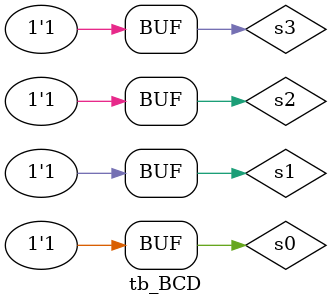
<source format=v>
`timescale 1ns / 1ps


module tb_BCD;

    reg s0;
    reg s1;
    reg s2;
    reg s3;
    wire a;
    wire b;
    wire c;
    wire d;
    wire e;
    wire f;
    wire g;
    wire an0;
    
    BCD uut(
    .s0(s0),
    .s1(s1),
    .s2(s2),
    .s3(s3),
    .a(a),
    .b(b),
    .c(c),
    .d(d),
    .e(e),
    .f(f),
    .g(g),
    .an0(an0)
    
    );
    
    initial begin
    s0=0;
    s1=0;
    s2=0;
    s3=0;
    
    #50;
    $display("TC00");
    if((a!=0)||(b!=0)||(c!=0)||(d!=0)||(e!=0)||(f!=0)||(g!=1)||(an0!=0))$display("Test failed");
    
    
    s0=1;
    s1=0;
    s2=0;
    s3=0;
    
    #50;
    $display("TC01");
    if((a!=1)||(b!=0)||(c!=0)||(d!=1)||(e!=1)||(f!=1)||(g!=1)||(an0!=0))$display("Test failed");
    
    
     s0=0;
    s1=1;
    s2=0;
    s3=0;
    
    #50;
    $display("TC02");
    if((a!=0)||(b!=0)||(c!=1)||(d!=0)||(e!=0)||(f!=1)||(g!=0)||(an0!=0))$display("Test failed");
    
    
     s0=1;
    s1=1;
    s2=0;
    s3=0;
    
    #50;
    $display("TC03");
    if((a!=0)||(b!=0)||(c!=0)||(d!=0)||(e!=1)||(f!=1)||(g!=0)||(an0!=0))$display("Test failed");
    
    
     s0=0;
    s1=0;
    s2=1;
    s3=0;
    
    #50;
    $display("TC04");
    if((a!=1)||(b!=0)||(c!=0)||(d!=1)||(e!=1)||(f!=0)||(g!=0)||(an0!=0))$display("Test failed");
    
    
     s0=1;
    s1=0;
    s2=1;
    s3=0;
    
    #50;
    $display("TC05");
    if((a!=0)||(b!=1)||(c!=0)||(d!=0)||(e!=1)||(f!=0)||(g!=0)||(an0!=0))$display("Test failed");
    
    
     s0=0;
    s1=1;
    s2=1;
    s3=0;
    
    #50;
    $display("TC05");
    if((a!=0)||(b!=1)||(c!=0)||(d!=0)||(e!=0)||(f!=0)||(g!=0)||(an0!=0))$display("Test failed");
    
    
     s0=1;
    s1=1;
    s2=1;
    s3=0;
    
    #50;
    $display("TC07");
    if((a!=0)||(b!=0)||(c!=0)||(d!=1)||(e!=1)||(f!=1)||(g!=1)||(an0!=0))$display("Test failed");
    
    
     s0=0;
    s1=0;
    s2=0;
    s3=1;
    
    #50;
    $display("TC08");
    if((a!=0)||(b!=0)||(c!=0)||(d!=0)||(e!=0)||(f!=0)||(g!=0)||(an0!=0))$display("Test failed");
    
    
     s0=1;
    s1=0;
    s2=0;
    s3=1;
    
    #50;
    $display("TC09");
    if((a!=0)||(b!=0)||(c!=0)||(d!=0)||(e!=1)||(f!=0)||(g!=0)||(an0!=0))$display("Test failed");
    
    
     s0=0;
    s1=1;
    s2=0;
    s3=1;
    
    #50;
    $display("TC10");
    if((an0!=1))$display("Test failed");
    
    
     s0=1;
    s1=1;
    s2=0;
    s3=1;
    
    #50;
    $display("TC11");
    if((an0!=1))$display("Test failed");
    
    
     s0=0;
    s1=0;
    s2=1;
    s3=1;
    
    #50;
    $display("TC12");
    if((an0!=1))$display("Test failed");
    
    
     s0=1;
    s1=0;
    s2=1;
    s3=1;
    
    #50;
    $display("TC13");
    if((an0!=1))$display("Test failed");
    
    
     s0=0;
    s1=1;
    s2=1;
    s3=1;
    
    #50;
    $display("TC14");
    if((an0!=1))$display("Test failed");
    
    
     s0=1;
    s1=1;
    s2=1;
    s3=1;
    
    #50;
    $display("TC15");
    if((an0!=1))$display("Test failed");
    
    
     
    
    
    
    
    
    
    
    end
    
    
endmodule

</source>
